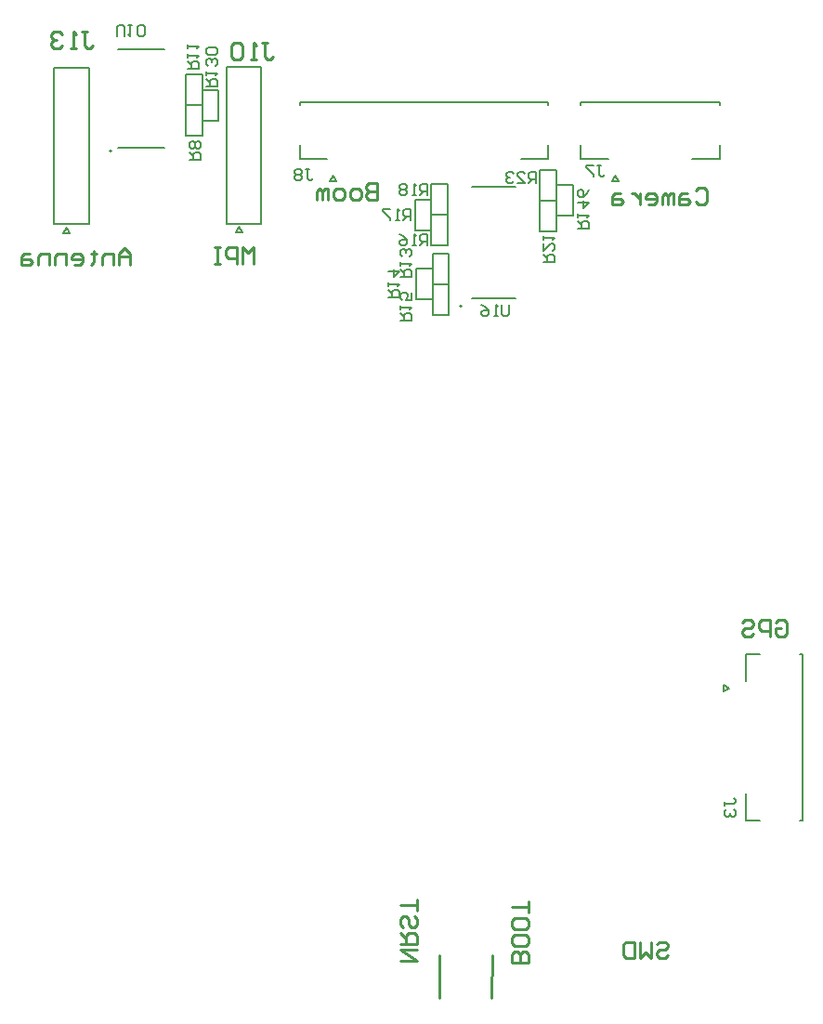
<source format=gbr>
%TF.GenerationSoftware,Altium Limited,Altium Designer,21.8.1 (53)*%
G04 Layer_Color=32896*
%FSLAX45Y45*%
%MOMM*%
%TF.SameCoordinates,1CF0B822-2DD9-431B-A6BE-AAED35006C4B*%
%TF.FilePolarity,Positive*%
%TF.FileFunction,Legend,Bot*%
%TF.Part,Single*%
G01*
G75*
%TA.AperFunction,NonConductor*%
%ADD43C,0.25400*%
%ADD59C,0.20000*%
%ADD60C,0.15240*%
%ADD61C,0.12700*%
%ADD62C,0.20320*%
D43*
X5925000Y22500D02*
X5927267Y414196D01*
X5447500Y25000D02*
X5450000Y410000D01*
X5095400Y365400D02*
X5247751D01*
X5095400Y466967D01*
X5247751D01*
X5095400Y517751D02*
X5247751D01*
Y593926D01*
X5222359Y619318D01*
X5171575D01*
X5146184Y593926D01*
Y517751D01*
Y568534D02*
X5095400Y619318D01*
X5222359Y771669D02*
X5247751Y746277D01*
Y695493D01*
X5222359Y670102D01*
X5196967D01*
X5171575Y695493D01*
Y746277D01*
X5146184Y771669D01*
X5120792D01*
X5095400Y746277D01*
Y695493D01*
X5120792Y670102D01*
X5247751Y822452D02*
Y924019D01*
Y873236D01*
X5095400D01*
X6256291Y350228D02*
X6103940D01*
Y426404D01*
X6129332Y451796D01*
X6154723D01*
X6180115Y426404D01*
Y350228D01*
Y426404D01*
X6205507Y451796D01*
X6230899D01*
X6256291Y426404D01*
Y350228D01*
Y578754D02*
Y527971D01*
X6230899Y502579D01*
X6129332D01*
X6103940Y527971D01*
Y578754D01*
X6129332Y604146D01*
X6230899D01*
X6256291Y578754D01*
Y731105D02*
Y680322D01*
X6230899Y654930D01*
X6129332D01*
X6103940Y680322D01*
Y731105D01*
X6129332Y756497D01*
X6230899D01*
X6256291Y731105D01*
Y807281D02*
Y908848D01*
Y858064D01*
X6103940D01*
X7432998Y511365D02*
X7458390Y536757D01*
X7509174D01*
X7534566Y511365D01*
Y485973D01*
X7509174Y460582D01*
X7458390D01*
X7432998Y435190D01*
Y409798D01*
X7458390Y384406D01*
X7509174D01*
X7534566Y409798D01*
X7382215Y536757D02*
Y384406D01*
X7331431Y435190D01*
X7280648Y384406D01*
Y536757D01*
X7229864D02*
Y384406D01*
X7153689D01*
X7128297Y409798D01*
Y511365D01*
X7153689Y536757D01*
X7229864D01*
X8513033Y3442359D02*
X8538425Y3467751D01*
X8589208D01*
X8614600Y3442359D01*
Y3340792D01*
X8589208Y3315400D01*
X8538425D01*
X8513033Y3340792D01*
Y3391575D01*
X8563817D01*
X8462249Y3315400D02*
Y3467751D01*
X8386074D01*
X8360682Y3442359D01*
Y3391575D01*
X8386074Y3366184D01*
X8462249D01*
X8208331Y3442359D02*
X8233723Y3467751D01*
X8284507D01*
X8309899Y3442359D01*
Y3416967D01*
X8284507Y3391575D01*
X8233723D01*
X8208331Y3366184D01*
Y3340792D01*
X8233723Y3315400D01*
X8284507D01*
X8309899Y3340792D01*
X7783033Y7382359D02*
X7808425Y7407751D01*
X7859208D01*
X7884600Y7382359D01*
Y7280792D01*
X7859208Y7255400D01*
X7808425D01*
X7783033Y7280792D01*
X7706857Y7356967D02*
X7656074D01*
X7630682Y7331575D01*
Y7255400D01*
X7706857D01*
X7732249Y7280792D01*
X7706857Y7306184D01*
X7630682D01*
X7579898Y7255400D02*
Y7356967D01*
X7554507D01*
X7529115Y7331575D01*
Y7255400D01*
Y7331575D01*
X7503723Y7356967D01*
X7478331Y7331575D01*
Y7255400D01*
X7351372D02*
X7402156D01*
X7427548Y7280792D01*
Y7331575D01*
X7402156Y7356967D01*
X7351372D01*
X7325981Y7331575D01*
Y7306184D01*
X7427548D01*
X7275197Y7356967D02*
Y7255400D01*
Y7306184D01*
X7249805Y7331575D01*
X7224414Y7356967D01*
X7199022D01*
X7097454D02*
X7046671D01*
X7021279Y7331575D01*
Y7255400D01*
X7097454D01*
X7122846Y7280792D01*
X7097454Y7306184D01*
X7021279D01*
X4884600Y7447751D02*
Y7295400D01*
X4808425D01*
X4783033Y7320792D01*
Y7346183D01*
X4808425Y7371575D01*
X4884600D01*
X4808425D01*
X4783033Y7396967D01*
Y7422359D01*
X4808425Y7447751D01*
X4884600D01*
X4706857Y7295400D02*
X4656074D01*
X4630682Y7320792D01*
Y7371575D01*
X4656074Y7396967D01*
X4706857D01*
X4732249Y7371575D01*
Y7320792D01*
X4706857Y7295400D01*
X4554507D02*
X4503723D01*
X4478331Y7320792D01*
Y7371575D01*
X4503723Y7396967D01*
X4554507D01*
X4579899Y7371575D01*
Y7320792D01*
X4554507Y7295400D01*
X4427548D02*
Y7396967D01*
X4402156D01*
X4376764Y7371575D01*
Y7295400D01*
Y7371575D01*
X4351373Y7396967D01*
X4325981Y7371575D01*
Y7295400D01*
X2624600Y6705400D02*
Y6806967D01*
X2573817Y6857751D01*
X2523033Y6806967D01*
Y6705400D01*
Y6781575D01*
X2624600D01*
X2472249Y6705400D02*
Y6806967D01*
X2396074D01*
X2370682Y6781575D01*
Y6705400D01*
X2294507Y6832359D02*
Y6806967D01*
X2319899D01*
X2269115D01*
X2294507D01*
Y6730792D01*
X2269115Y6705400D01*
X2116764D02*
X2167548D01*
X2192940Y6730792D01*
Y6781575D01*
X2167548Y6806967D01*
X2116764D01*
X2091372Y6781575D01*
Y6756184D01*
X2192940D01*
X2040589Y6705400D02*
Y6806967D01*
X1964414D01*
X1939022Y6781575D01*
Y6705400D01*
X1888238D02*
Y6806967D01*
X1812063D01*
X1786671Y6781575D01*
Y6705400D01*
X1710496Y6806967D02*
X1659712D01*
X1634320Y6781575D01*
Y6705400D01*
X1710496D01*
X1735888Y6730792D01*
X1710496Y6756184D01*
X1634320D01*
X3754600Y6715400D02*
Y6867751D01*
X3703817Y6816967D01*
X3653033Y6867751D01*
Y6715400D01*
X3602249D02*
Y6867751D01*
X3526074D01*
X3500682Y6842359D01*
Y6791575D01*
X3526074Y6766184D01*
X3602249D01*
X3449899Y6867751D02*
X3399115D01*
X3424507D01*
Y6715400D01*
X3449899D01*
X3399115D01*
X2188871Y8826175D02*
X2239655D01*
X2214263D01*
Y8699217D01*
X2239655Y8673825D01*
X2265047D01*
X2290438Y8699217D01*
X2138088Y8673825D02*
X2087304D01*
X2112696D01*
Y8826175D01*
X2138088Y8800784D01*
X2011129D02*
X1985737Y8826175D01*
X1934953D01*
X1909562Y8800784D01*
Y8775392D01*
X1934953Y8750000D01*
X1960345D01*
X1934953D01*
X1909562Y8724608D01*
Y8699217D01*
X1934953Y8673825D01*
X1985737D01*
X2011129Y8699217D01*
X3828871Y8726175D02*
X3879655D01*
X3854263D01*
Y8599216D01*
X3879655Y8573825D01*
X3905046D01*
X3930438Y8599216D01*
X3778087Y8573825D02*
X3727304D01*
X3752696D01*
Y8726175D01*
X3778087Y8700783D01*
X3651129D02*
X3625737Y8726175D01*
X3574953D01*
X3549561Y8700783D01*
Y8599216D01*
X3574953Y8573825D01*
X3625737D01*
X3651129Y8599216D01*
Y8700783D01*
D59*
X2460000Y7740000D02*
G03*
X2460000Y7740000I-10000J0D01*
G01*
X5652500Y6327500D02*
G03*
X5652500Y6327500I-10000J0D01*
G01*
X3135000Y8440000D02*
X3285000D01*
X3135000Y8160000D02*
Y8440000D01*
Y8160000D02*
X3285000D01*
Y8440000D01*
X3135000Y8160000D02*
X3285000D01*
X3135000Y7880000D02*
Y8160000D01*
Y7880000D02*
X3285000D01*
Y8160000D01*
X3285000Y8300000D02*
X3435000D01*
X3285000Y8020000D02*
Y8300000D01*
Y8020000D02*
X3435000D01*
Y8300000D01*
X6515000Y7430000D02*
X6665000D01*
X6515000Y7150000D02*
Y7430000D01*
Y7150000D02*
X6665000D01*
Y7430000D01*
X6365000Y7570000D02*
X6515000D01*
X6365000Y7290000D02*
Y7570000D01*
Y7290000D02*
X6515000D01*
Y7570000D01*
X6365000Y7290000D02*
X6515000D01*
X6365000Y7010000D02*
Y7290000D01*
Y7010000D02*
X6515000D01*
Y7290000D01*
X5235000Y6390000D02*
X5385000D01*
Y6670000D01*
X5235000D02*
X5385000D01*
X5235000Y6390000D02*
Y6670000D01*
X5385000Y6250000D02*
X5535000D01*
Y6530000D01*
X5385000D02*
X5535000D01*
X5385000Y6250000D02*
Y6530000D01*
Y6530000D02*
X5535000D01*
Y6810000D01*
X5385000D02*
X5535000D01*
X5385000Y6530000D02*
Y6810000D01*
X5375000Y7160000D02*
X5525000D01*
X5375000Y6880000D02*
Y7160000D01*
Y6880000D02*
X5525000D01*
Y7160000D01*
X5225000Y7300000D02*
X5375000D01*
X5225000Y7020000D02*
Y7300000D01*
Y7020000D02*
X5375000D01*
Y7300000D01*
X5375000Y7440000D02*
X5525000D01*
X5375000Y7160000D02*
Y7440000D01*
Y7160000D02*
X5525000D01*
Y7440000D01*
D60*
X2517910Y8669580D02*
X2942090D01*
X2517910Y7770420D02*
X2942090D01*
D61*
X5742500Y6401500D02*
X6142500D01*
X5742500Y7413500D02*
X6142500D01*
X8240000Y1642500D02*
Y1890500D01*
Y2909500D02*
Y3157500D01*
X8760000Y1642500D02*
Y3157500D01*
X8240000D02*
X8370000D01*
X8240000Y1642500D02*
X8370000D01*
X8041500Y2817000D02*
Y2877000D01*
Y2817000D02*
X8091500Y2847000D01*
X8041500Y2877000D02*
X8091500Y2847000D01*
X8735000Y3157500D02*
X8760000D01*
X8735000Y1642500D02*
X8760000D01*
X6440000Y8165000D02*
Y8190000D01*
X4175000Y8165000D02*
Y8190000D01*
X4449500Y7464800D02*
X4479500Y7514800D01*
X4509500Y7464800D01*
X4449500D02*
X4509500D01*
X6440000Y7670000D02*
Y7800000D01*
X4175000Y7670000D02*
Y7800000D01*
Y8190000D02*
X6440000D01*
X4175000Y7670000D02*
X4423000D01*
X6192000D02*
X6440000D01*
X8002500Y8165000D02*
Y8190000D01*
X6737500Y8165000D02*
Y8190000D01*
X7020000Y7469500D02*
X7050000Y7519500D01*
X7080000Y7469500D01*
X7020000D02*
X7080000D01*
X8002500Y7670000D02*
Y7800000D01*
X6737500Y7670000D02*
Y7800000D01*
Y8190000D02*
X8002500D01*
X6737500Y7670000D02*
X6985500D01*
X7754500D02*
X8002500D01*
X2020000Y6995000D02*
X2050000Y7045000D01*
X2080000Y6995000D01*
X2020000D02*
X2080000D01*
X1935000Y8500000D02*
X2255000D01*
Y7075000D02*
Y8500000D01*
X1935000Y7075000D02*
X2255000D01*
X1935000D02*
Y8500000D01*
X3590000Y7000000D02*
X3620000Y7050000D01*
X3650000Y7000000D01*
X3590000D02*
X3650000D01*
X3505000Y8505000D02*
X3825000D01*
Y7080000D02*
Y8505000D01*
X3505000Y7080000D02*
X3825000D01*
X3505000D02*
Y8505000D01*
D62*
X6325423Y7449216D02*
Y7550784D01*
X6274639D01*
X6257712Y7533856D01*
Y7500000D01*
X6274639Y7483072D01*
X6325423D01*
X6291567D02*
X6257712Y7449216D01*
X6156144D02*
X6223856D01*
X6156144Y7516928D01*
Y7533856D01*
X6173072Y7550784D01*
X6206928D01*
X6223856Y7533856D01*
X6122288D02*
X6105361Y7550784D01*
X6071505D01*
X6054577Y7533856D01*
Y7516928D01*
X6071505Y7500000D01*
X6088433D01*
X6071505D01*
X6054577Y7483072D01*
Y7466144D01*
X6071505Y7449216D01*
X6105361D01*
X6122288Y7466144D01*
X6399217Y6731505D02*
X6500784D01*
Y6782288D01*
X6483856Y6799216D01*
X6450000D01*
X6433072Y6782288D01*
Y6731505D01*
Y6765361D02*
X6399217Y6799216D01*
Y6900784D02*
Y6833072D01*
X6466928Y6900784D01*
X6483856D01*
X6500784Y6883856D01*
Y6850000D01*
X6483856Y6833072D01*
X6399217Y6934639D02*
Y6968495D01*
Y6951567D01*
X6500784D01*
X6483856Y6934639D01*
X5336959Y7339216D02*
Y7440784D01*
X5286175D01*
X5269248Y7423856D01*
Y7390000D01*
X5286175Y7373072D01*
X5336959D01*
X5303103D02*
X5269248Y7339216D01*
X5235392D02*
X5201536D01*
X5218464D01*
Y7440784D01*
X5235392Y7423856D01*
X5150752D02*
X5133824Y7440784D01*
X5099969D01*
X5083041Y7423856D01*
Y7406928D01*
X5099969Y7390000D01*
X5083041Y7373072D01*
Y7356144D01*
X5099969Y7339216D01*
X5133824D01*
X5150752Y7356144D01*
Y7373072D01*
X5133824Y7390000D01*
X5150752Y7406928D01*
Y7423856D01*
X5133824Y7390000D02*
X5099969D01*
X5186959Y7109216D02*
Y7210784D01*
X5136175D01*
X5119248Y7193856D01*
Y7160000D01*
X5136175Y7143072D01*
X5186959D01*
X5153103D02*
X5119248Y7109216D01*
X5085392D02*
X5051536D01*
X5068464D01*
Y7210784D01*
X5085392Y7193856D01*
X5000752Y7210784D02*
X4933041D01*
Y7193856D01*
X5000752Y7126144D01*
Y7109216D01*
X5336959Y6879217D02*
Y6980784D01*
X5286175D01*
X5269248Y6963856D01*
Y6930000D01*
X5286175Y6913072D01*
X5336959D01*
X5303103D02*
X5269248Y6879217D01*
X5235392D02*
X5201536D01*
X5218464D01*
Y6980784D01*
X5235392Y6963856D01*
X5083041Y6980784D02*
X5116897Y6963856D01*
X5150752Y6930000D01*
Y6896144D01*
X5133824Y6879217D01*
X5099969D01*
X5083041Y6896144D01*
Y6913072D01*
X5099969Y6930000D01*
X5150752D01*
X5094257Y6198821D02*
X5195824D01*
Y6249605D01*
X5178896Y6266533D01*
X5145040D01*
X5128112Y6249605D01*
Y6198821D01*
Y6232677D02*
X5094257Y6266533D01*
Y6300388D02*
Y6334244D01*
Y6317316D01*
X5195824D01*
X5178896Y6300388D01*
X5195824Y6452739D02*
Y6385028D01*
X5145040D01*
X5161968Y6418884D01*
Y6435811D01*
X5145040Y6452739D01*
X5111184D01*
X5094257Y6435811D01*
Y6401956D01*
X5111184Y6385028D01*
X4984897Y6408121D02*
X5086464D01*
Y6458905D01*
X5069536Y6475832D01*
X5035680D01*
X5018752Y6458905D01*
Y6408121D01*
Y6441977D02*
X4984897Y6475832D01*
Y6509688D02*
Y6543544D01*
Y6526616D01*
X5086464D01*
X5069536Y6509688D01*
X4984897Y6645111D02*
X5086464D01*
X5035680Y6594328D01*
Y6662039D01*
X5094257Y6594561D02*
X5195824D01*
Y6645345D01*
X5178896Y6662273D01*
X5145040D01*
X5128112Y6645345D01*
Y6594561D01*
Y6628417D02*
X5094257Y6662273D01*
Y6696129D02*
Y6729984D01*
Y6713056D01*
X5195824D01*
X5178896Y6696129D01*
Y6780768D02*
X5195824Y6797696D01*
Y6831551D01*
X5178896Y6848479D01*
X5161968D01*
X5145040Y6831551D01*
Y6814624D01*
Y6831551D01*
X5128112Y6848479D01*
X5111184D01*
X5094257Y6831551D01*
Y6797696D01*
X5111184Y6780768D01*
X3149216Y8489969D02*
X3250784D01*
Y8540753D01*
X3233856Y8557680D01*
X3200000D01*
X3183072Y8540753D01*
Y8489969D01*
Y8523825D02*
X3149216Y8557680D01*
Y8591536D02*
Y8625392D01*
Y8608464D01*
X3250784D01*
X3233856Y8591536D01*
X3149216Y8676176D02*
Y8710031D01*
Y8693104D01*
X3250784D01*
X3233856Y8676176D01*
X3169216Y7665361D02*
X3270784D01*
Y7716144D01*
X3253856Y7733072D01*
X3220000D01*
X3203072Y7716144D01*
Y7665361D01*
Y7699217D02*
X3169216Y7733072D01*
X3253856Y7766928D02*
X3270784Y7783856D01*
Y7817712D01*
X3253856Y7834639D01*
X3236928D01*
X3220000Y7817712D01*
X3203072Y7834639D01*
X3186144D01*
X3169216Y7817712D01*
Y7783856D01*
X3186144Y7766928D01*
X3203072D01*
X3220000Y7783856D01*
X3236928Y7766928D01*
X3253856D01*
X3220000Y7783856D02*
Y7817712D01*
X6081959Y6340784D02*
Y6256144D01*
X6065031Y6239217D01*
X6031175D01*
X6014248Y6256144D01*
Y6340784D01*
X5980392Y6239217D02*
X5946536D01*
X5963464D01*
Y6340784D01*
X5980392Y6323856D01*
X5828041Y6340784D02*
X5861897Y6323856D01*
X5895752Y6290000D01*
Y6256144D01*
X5878824Y6239217D01*
X5844969D01*
X5828041Y6256144D01*
Y6273072D01*
X5844969Y6290000D01*
X5895752D01*
X8049216Y1774428D02*
Y1808283D01*
Y1791356D01*
X8133856D01*
X8150784Y1808283D01*
Y1825211D01*
X8133856Y1842139D01*
X8066144Y1740572D02*
X8049216Y1723644D01*
Y1689788D01*
X8066144Y1672861D01*
X8083072D01*
X8100000Y1689788D01*
Y1706716D01*
Y1689788D01*
X8116928Y1672861D01*
X8133856D01*
X8150784Y1689788D01*
Y1723644D01*
X8133856Y1740572D01*
X6709216Y7032257D02*
X6810783D01*
Y7083041D01*
X6793856Y7099969D01*
X6760000D01*
X6743072Y7083041D01*
Y7032257D01*
Y7066113D02*
X6709216Y7099969D01*
Y7133824D02*
Y7167680D01*
Y7150752D01*
X6810783D01*
X6793856Y7133824D01*
X6709216Y7269247D02*
X6810783D01*
X6760000Y7218464D01*
Y7286175D01*
X6810783Y7387742D02*
X6793856Y7353887D01*
X6760000Y7320031D01*
X6726144D01*
X6709216Y7336959D01*
Y7370815D01*
X6726144Y7387742D01*
X6743072D01*
X6760000Y7370815D01*
Y7320031D01*
X2511601Y8788976D02*
Y8873616D01*
X2528529Y8890544D01*
X2562385D01*
X2579313Y8873616D01*
Y8788976D01*
X2613169Y8890544D02*
X2647024D01*
X2630096D01*
Y8788976D01*
X2613169Y8805904D01*
X2697808D02*
X2714736Y8788976D01*
X2748591D01*
X2765519Y8805904D01*
Y8873616D01*
X2748591Y8890544D01*
X2714736D01*
X2697808Y8873616D01*
Y8805904D01*
X3319217Y8332257D02*
X3420784D01*
Y8383041D01*
X3403856Y8399969D01*
X3370000D01*
X3353072Y8383041D01*
Y8332257D01*
Y8366113D02*
X3319217Y8399969D01*
Y8433825D02*
Y8467680D01*
Y8450752D01*
X3420784D01*
X3403856Y8433825D01*
Y8518464D02*
X3420784Y8535392D01*
Y8569248D01*
X3403856Y8586175D01*
X3386928D01*
X3370000Y8569248D01*
Y8552320D01*
Y8569248D01*
X3353072Y8586175D01*
X3336144D01*
X3319217Y8569248D01*
Y8535392D01*
X3336144Y8518464D01*
X3403856Y8620031D02*
X3420784Y8636959D01*
Y8670815D01*
X3403856Y8687743D01*
X3336144D01*
X3319217Y8670815D01*
Y8636959D01*
X3336144Y8620031D01*
X3403856D01*
X4224428Y7580784D02*
X4258283D01*
X4241356D01*
Y7496145D01*
X4258283Y7479217D01*
X4275211D01*
X4292139Y7496145D01*
X4190572Y7563856D02*
X4173644Y7580784D01*
X4139788D01*
X4122860Y7563856D01*
Y7546928D01*
X4139788Y7530000D01*
X4122860Y7513072D01*
Y7496145D01*
X4139788Y7479217D01*
X4173644D01*
X4190572Y7496145D01*
Y7513072D01*
X4173644Y7530000D01*
X4190572Y7546928D01*
Y7563856D01*
X4173644Y7530000D02*
X4139788D01*
X6886928Y7610784D02*
X6920783D01*
X6903856D01*
Y7526144D01*
X6920783Y7509217D01*
X6937711D01*
X6954639Y7526144D01*
X6853072Y7610784D02*
X6785361D01*
Y7593856D01*
X6853072Y7526144D01*
Y7509217D01*
%TF.MD5,6b3ce74b2736454f902ec9fdb70b4142*%
M02*

</source>
